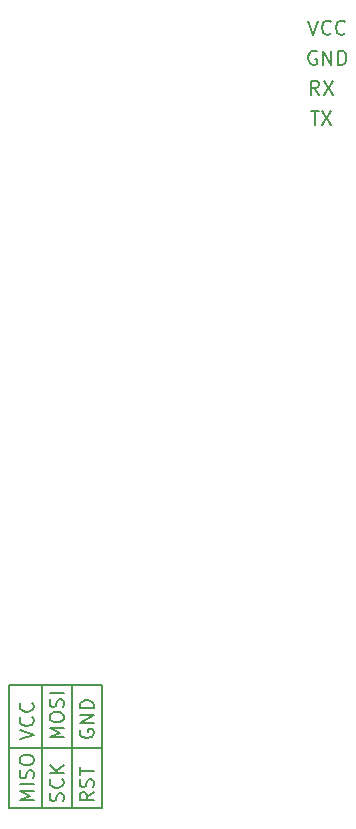
<source format=gbr>
G04 #@! TF.GenerationSoftware,KiCad,Pcbnew,(5.1.4)-1*
G04 #@! TF.CreationDate,2020-09-06T16:49:47-04:00*
G04 #@! TF.ProjectId,DC_LOAD_V02,44435f4c-4f41-4445-9f56-30322e6b6963,rev?*
G04 #@! TF.SameCoordinates,Original*
G04 #@! TF.FileFunction,Other,ECO1*
%FSLAX46Y46*%
G04 Gerber Fmt 4.6, Leading zero omitted, Abs format (unit mm)*
G04 Created by KiCad (PCBNEW (5.1.4)-1) date 2020-09-06 16:49:47*
%MOMM*%
%LPD*%
G04 APERTURE LIST*
%ADD10C,0.150000*%
%ADD11C,0.200000*%
G04 APERTURE END LIST*
D10*
X233172000Y-154432000D02*
X241046000Y-154432000D01*
X238506000Y-149098000D02*
X238506000Y-159512000D01*
X235966000Y-149098000D02*
X235966000Y-159512000D01*
X241046000Y-149098000D02*
X233172000Y-149098000D01*
X241046000Y-159512000D02*
X241046000Y-149098000D01*
X233172000Y-159512000D02*
X241046000Y-159512000D01*
X233172000Y-149098000D02*
X233172000Y-159512000D01*
D11*
X258496000Y-92814857D02*
X258896000Y-94014857D01*
X259296000Y-92814857D01*
X260381714Y-93900571D02*
X260324571Y-93957714D01*
X260153142Y-94014857D01*
X260038857Y-94014857D01*
X259867428Y-93957714D01*
X259753142Y-93843428D01*
X259696000Y-93729142D01*
X259638857Y-93500571D01*
X259638857Y-93329142D01*
X259696000Y-93100571D01*
X259753142Y-92986285D01*
X259867428Y-92872000D01*
X260038857Y-92814857D01*
X260153142Y-92814857D01*
X260324571Y-92872000D01*
X260381714Y-92929142D01*
X261581714Y-93900571D02*
X261524571Y-93957714D01*
X261353142Y-94014857D01*
X261238857Y-94014857D01*
X261067428Y-93957714D01*
X260953142Y-93843428D01*
X260896000Y-93729142D01*
X260838857Y-93500571D01*
X260838857Y-93329142D01*
X260896000Y-93100571D01*
X260953142Y-92986285D01*
X261067428Y-92872000D01*
X261238857Y-92814857D01*
X261353142Y-92814857D01*
X261524571Y-92872000D01*
X261581714Y-92929142D01*
X240318857Y-158156571D02*
X239747428Y-158556571D01*
X240318857Y-158842285D02*
X239118857Y-158842285D01*
X239118857Y-158385142D01*
X239176000Y-158270857D01*
X239233142Y-158213714D01*
X239347428Y-158156571D01*
X239518857Y-158156571D01*
X239633142Y-158213714D01*
X239690285Y-158270857D01*
X239747428Y-158385142D01*
X239747428Y-158842285D01*
X240261714Y-157699428D02*
X240318857Y-157528000D01*
X240318857Y-157242285D01*
X240261714Y-157128000D01*
X240204571Y-157070857D01*
X240090285Y-157013714D01*
X239976000Y-157013714D01*
X239861714Y-157070857D01*
X239804571Y-157128000D01*
X239747428Y-157242285D01*
X239690285Y-157470857D01*
X239633142Y-157585142D01*
X239576000Y-157642285D01*
X239461714Y-157699428D01*
X239347428Y-157699428D01*
X239233142Y-157642285D01*
X239176000Y-157585142D01*
X239118857Y-157470857D01*
X239118857Y-157185142D01*
X239176000Y-157013714D01*
X239118857Y-156670857D02*
X239118857Y-155985142D01*
X240318857Y-156328000D02*
X239118857Y-156328000D01*
X237721714Y-158899428D02*
X237778857Y-158728000D01*
X237778857Y-158442285D01*
X237721714Y-158328000D01*
X237664571Y-158270857D01*
X237550285Y-158213714D01*
X237436000Y-158213714D01*
X237321714Y-158270857D01*
X237264571Y-158328000D01*
X237207428Y-158442285D01*
X237150285Y-158670857D01*
X237093142Y-158785142D01*
X237036000Y-158842285D01*
X236921714Y-158899428D01*
X236807428Y-158899428D01*
X236693142Y-158842285D01*
X236636000Y-158785142D01*
X236578857Y-158670857D01*
X236578857Y-158385142D01*
X236636000Y-158213714D01*
X237664571Y-157013714D02*
X237721714Y-157070857D01*
X237778857Y-157242285D01*
X237778857Y-157356571D01*
X237721714Y-157528000D01*
X237607428Y-157642285D01*
X237493142Y-157699428D01*
X237264571Y-157756571D01*
X237093142Y-157756571D01*
X236864571Y-157699428D01*
X236750285Y-157642285D01*
X236636000Y-157528000D01*
X236578857Y-157356571D01*
X236578857Y-157242285D01*
X236636000Y-157070857D01*
X236693142Y-157013714D01*
X237778857Y-156499428D02*
X236578857Y-156499428D01*
X237778857Y-155813714D02*
X237093142Y-156328000D01*
X236578857Y-155813714D02*
X237264571Y-156499428D01*
X235238857Y-158842285D02*
X234038857Y-158842285D01*
X234896000Y-158442285D01*
X234038857Y-158042285D01*
X235238857Y-158042285D01*
X235238857Y-157470857D02*
X234038857Y-157470857D01*
X235181714Y-156956571D02*
X235238857Y-156785142D01*
X235238857Y-156499428D01*
X235181714Y-156385142D01*
X235124571Y-156328000D01*
X235010285Y-156270857D01*
X234896000Y-156270857D01*
X234781714Y-156328000D01*
X234724571Y-156385142D01*
X234667428Y-156499428D01*
X234610285Y-156728000D01*
X234553142Y-156842285D01*
X234496000Y-156899428D01*
X234381714Y-156956571D01*
X234267428Y-156956571D01*
X234153142Y-156899428D01*
X234096000Y-156842285D01*
X234038857Y-156728000D01*
X234038857Y-156442285D01*
X234096000Y-156270857D01*
X234038857Y-155528000D02*
X234038857Y-155299428D01*
X234096000Y-155185142D01*
X234210285Y-155070857D01*
X234438857Y-155013714D01*
X234838857Y-155013714D01*
X235067428Y-155070857D01*
X235181714Y-155185142D01*
X235238857Y-155299428D01*
X235238857Y-155528000D01*
X235181714Y-155642285D01*
X235067428Y-155756571D01*
X234838857Y-155813714D01*
X234438857Y-155813714D01*
X234210285Y-155756571D01*
X234096000Y-155642285D01*
X234038857Y-155528000D01*
X239176000Y-152879714D02*
X239118857Y-152994000D01*
X239118857Y-153165428D01*
X239176000Y-153336857D01*
X239290285Y-153451142D01*
X239404571Y-153508285D01*
X239633142Y-153565428D01*
X239804571Y-153565428D01*
X240033142Y-153508285D01*
X240147428Y-153451142D01*
X240261714Y-153336857D01*
X240318857Y-153165428D01*
X240318857Y-153051142D01*
X240261714Y-152879714D01*
X240204571Y-152822571D01*
X239804571Y-152822571D01*
X239804571Y-153051142D01*
X240318857Y-152308285D02*
X239118857Y-152308285D01*
X240318857Y-151622571D01*
X239118857Y-151622571D01*
X240318857Y-151051142D02*
X239118857Y-151051142D01*
X239118857Y-150765428D01*
X239176000Y-150594000D01*
X239290285Y-150479714D01*
X239404571Y-150422571D01*
X239633142Y-150365428D01*
X239804571Y-150365428D01*
X240033142Y-150422571D01*
X240147428Y-150479714D01*
X240261714Y-150594000D01*
X240318857Y-150765428D01*
X240318857Y-151051142D01*
X237778857Y-153508285D02*
X236578857Y-153508285D01*
X237436000Y-153108285D01*
X236578857Y-152708285D01*
X237778857Y-152708285D01*
X236578857Y-151908285D02*
X236578857Y-151679714D01*
X236636000Y-151565428D01*
X236750285Y-151451142D01*
X236978857Y-151394000D01*
X237378857Y-151394000D01*
X237607428Y-151451142D01*
X237721714Y-151565428D01*
X237778857Y-151679714D01*
X237778857Y-151908285D01*
X237721714Y-152022571D01*
X237607428Y-152136857D01*
X237378857Y-152194000D01*
X236978857Y-152194000D01*
X236750285Y-152136857D01*
X236636000Y-152022571D01*
X236578857Y-151908285D01*
X237721714Y-150936857D02*
X237778857Y-150765428D01*
X237778857Y-150479714D01*
X237721714Y-150365428D01*
X237664571Y-150308285D01*
X237550285Y-150251142D01*
X237436000Y-150251142D01*
X237321714Y-150308285D01*
X237264571Y-150365428D01*
X237207428Y-150479714D01*
X237150285Y-150708285D01*
X237093142Y-150822571D01*
X237036000Y-150879714D01*
X236921714Y-150936857D01*
X236807428Y-150936857D01*
X236693142Y-150879714D01*
X236636000Y-150822571D01*
X236578857Y-150708285D01*
X236578857Y-150422571D01*
X236636000Y-150251142D01*
X237778857Y-149736857D02*
X236578857Y-149736857D01*
X234038857Y-153679714D02*
X235238857Y-153279714D01*
X234038857Y-152879714D01*
X235124571Y-151794000D02*
X235181714Y-151851142D01*
X235238857Y-152022571D01*
X235238857Y-152136857D01*
X235181714Y-152308285D01*
X235067428Y-152422571D01*
X234953142Y-152479714D01*
X234724571Y-152536857D01*
X234553142Y-152536857D01*
X234324571Y-152479714D01*
X234210285Y-152422571D01*
X234096000Y-152308285D01*
X234038857Y-152136857D01*
X234038857Y-152022571D01*
X234096000Y-151851142D01*
X234153142Y-151794000D01*
X235124571Y-150594000D02*
X235181714Y-150651142D01*
X235238857Y-150822571D01*
X235238857Y-150936857D01*
X235181714Y-151108285D01*
X235067428Y-151222571D01*
X234953142Y-151279714D01*
X234724571Y-151336857D01*
X234553142Y-151336857D01*
X234324571Y-151279714D01*
X234210285Y-151222571D01*
X234096000Y-151108285D01*
X234038857Y-150936857D01*
X234038857Y-150822571D01*
X234096000Y-150651142D01*
X234153142Y-150594000D01*
X259181714Y-95412000D02*
X259067428Y-95354857D01*
X258896000Y-95354857D01*
X258724571Y-95412000D01*
X258610285Y-95526285D01*
X258553142Y-95640571D01*
X258496000Y-95869142D01*
X258496000Y-96040571D01*
X258553142Y-96269142D01*
X258610285Y-96383428D01*
X258724571Y-96497714D01*
X258896000Y-96554857D01*
X259010285Y-96554857D01*
X259181714Y-96497714D01*
X259238857Y-96440571D01*
X259238857Y-96040571D01*
X259010285Y-96040571D01*
X259753142Y-96554857D02*
X259753142Y-95354857D01*
X260438857Y-96554857D01*
X260438857Y-95354857D01*
X261010285Y-96554857D02*
X261010285Y-95354857D01*
X261296000Y-95354857D01*
X261467428Y-95412000D01*
X261581714Y-95526285D01*
X261638857Y-95640571D01*
X261696000Y-95869142D01*
X261696000Y-96040571D01*
X261638857Y-96269142D01*
X261581714Y-96383428D01*
X261467428Y-96497714D01*
X261296000Y-96554857D01*
X261010285Y-96554857D01*
X259388000Y-99094857D02*
X258988000Y-98523428D01*
X258702285Y-99094857D02*
X258702285Y-97894857D01*
X259159428Y-97894857D01*
X259273714Y-97952000D01*
X259330857Y-98009142D01*
X259388000Y-98123428D01*
X259388000Y-98294857D01*
X259330857Y-98409142D01*
X259273714Y-98466285D01*
X259159428Y-98523428D01*
X258702285Y-98523428D01*
X259788000Y-97894857D02*
X260588000Y-99094857D01*
X260588000Y-97894857D02*
X259788000Y-99094857D01*
X258673714Y-100434857D02*
X259359428Y-100434857D01*
X259016571Y-101634857D02*
X259016571Y-100434857D01*
X259645142Y-100434857D02*
X260445142Y-101634857D01*
X260445142Y-100434857D02*
X259645142Y-101634857D01*
M02*

</source>
